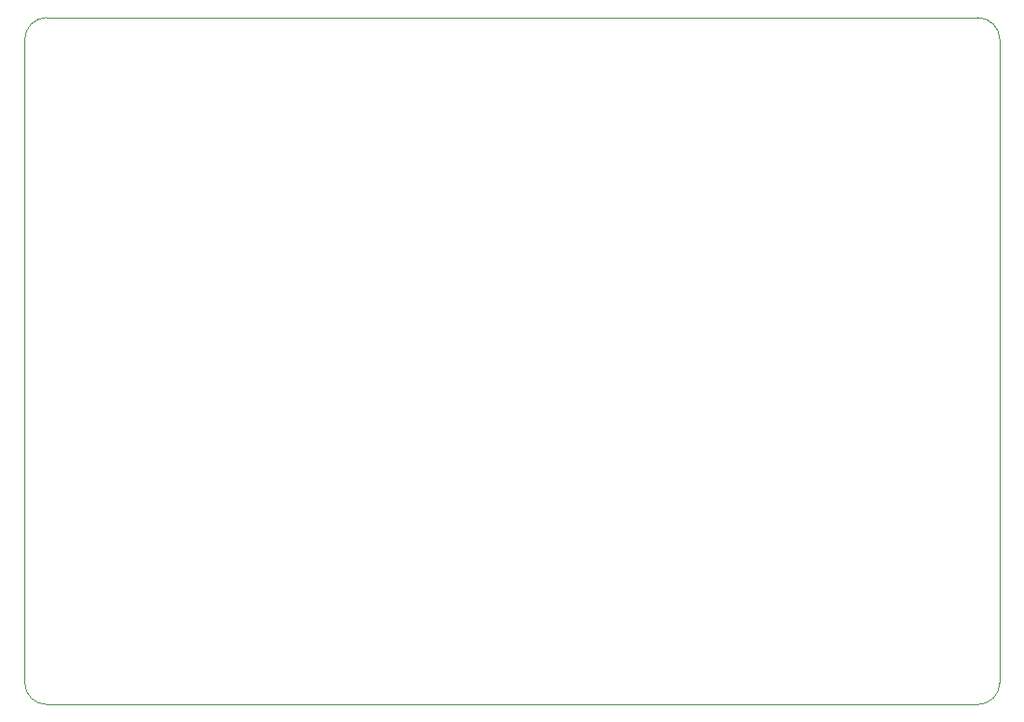
<source format=gbr>
%TF.GenerationSoftware,KiCad,Pcbnew,8.0.4*%
%TF.CreationDate,2025-03-29T22:20:15+07:00*%
%TF.ProjectId,FlightCom,466c6967-6874-4436-9f6d-2e6b69636164,rev?*%
%TF.SameCoordinates,Original*%
%TF.FileFunction,Profile,NP*%
%FSLAX46Y46*%
G04 Gerber Fmt 4.6, Leading zero omitted, Abs format (unit mm)*
G04 Created by KiCad (PCBNEW 8.0.4) date 2025-03-29 22:20:15*
%MOMM*%
%LPD*%
G01*
G04 APERTURE LIST*
%TA.AperFunction,Profile*%
%ADD10C,0.050000*%
%TD*%
G04 APERTURE END LIST*
D10*
X176700000Y-52600000D02*
G75*
G02*
X178700000Y-54600000I0J-2000000D01*
G01*
X178700000Y-112950000D02*
G75*
G02*
X176700000Y-114950000I-2000000J0D01*
G01*
X90250000Y-54600000D02*
G75*
G02*
X92250000Y-52600000I2000000J0D01*
G01*
X92250000Y-114950000D02*
G75*
G02*
X90250000Y-112950000I0J2000000D01*
G01*
X92250000Y-52600000D02*
X176700000Y-52600000D01*
X178700000Y-54600000D02*
X178700000Y-112950000D01*
X176700000Y-114950000D02*
X92250000Y-114950000D01*
X90250000Y-112950000D02*
X90250000Y-54600000D01*
M02*

</source>
